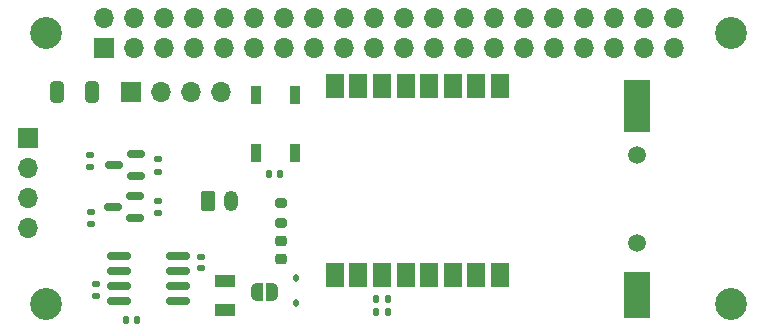
<source format=gts>
G04 #@! TF.GenerationSoftware,KiCad,Pcbnew,7.0.7*
G04 #@! TF.CreationDate,2023-12-10T12:53:02-04:00*
G04 #@! TF.ProjectId,pi zero hat,7069207a-6572-46f2-9068-61742e6b6963,rev?*
G04 #@! TF.SameCoordinates,Original*
G04 #@! TF.FileFunction,Soldermask,Top*
G04 #@! TF.FilePolarity,Negative*
%FSLAX46Y46*%
G04 Gerber Fmt 4.6, Leading zero omitted, Abs format (unit mm)*
G04 Created by KiCad (PCBNEW 7.0.7) date 2023-12-10 12:53:02*
%MOMM*%
%LPD*%
G01*
G04 APERTURE LIST*
G04 Aperture macros list*
%AMRoundRect*
0 Rectangle with rounded corners*
0 $1 Rounding radius*
0 $2 $3 $4 $5 $6 $7 $8 $9 X,Y pos of 4 corners*
0 Add a 4 corners polygon primitive as box body*
4,1,4,$2,$3,$4,$5,$6,$7,$8,$9,$2,$3,0*
0 Add four circle primitives for the rounded corners*
1,1,$1+$1,$2,$3*
1,1,$1+$1,$4,$5*
1,1,$1+$1,$6,$7*
1,1,$1+$1,$8,$9*
0 Add four rect primitives between the rounded corners*
20,1,$1+$1,$2,$3,$4,$5,0*
20,1,$1+$1,$4,$5,$6,$7,0*
20,1,$1+$1,$6,$7,$8,$9,0*
20,1,$1+$1,$8,$9,$2,$3,0*%
%AMFreePoly0*
4,1,19,0.500000,-0.750000,0.000000,-0.750000,0.000000,-0.744911,-0.071157,-0.744911,-0.207708,-0.704816,-0.327430,-0.627875,-0.420627,-0.520320,-0.479746,-0.390866,-0.500000,-0.250000,-0.500000,0.250000,-0.479746,0.390866,-0.420627,0.520320,-0.327430,0.627875,-0.207708,0.704816,-0.071157,0.744911,0.000000,0.744911,0.000000,0.750000,0.500000,0.750000,0.500000,-0.750000,0.500000,-0.750000,
$1*%
%AMFreePoly1*
4,1,19,0.000000,0.744911,0.071157,0.744911,0.207708,0.704816,0.327430,0.627875,0.420627,0.520320,0.479746,0.390866,0.500000,0.250000,0.500000,-0.250000,0.479746,-0.390866,0.420627,-0.520320,0.327430,-0.627875,0.207708,-0.704816,0.071157,-0.744911,0.000000,-0.744911,0.000000,-0.750000,-0.500000,-0.750000,-0.500000,0.750000,0.000000,0.750000,0.000000,0.744911,0.000000,0.744911,
$1*%
G04 Aperture macros list end*
%ADD10C,2.700000*%
%ADD11R,1.500000X2.000000*%
%ADD12RoundRect,0.140000X-0.140000X-0.170000X0.140000X-0.170000X0.140000X0.170000X-0.140000X0.170000X0*%
%ADD13RoundRect,0.140000X0.140000X0.170000X-0.140000X0.170000X-0.140000X-0.170000X0.140000X-0.170000X0*%
%ADD14RoundRect,0.140000X0.170000X-0.140000X0.170000X0.140000X-0.170000X0.140000X-0.170000X-0.140000X0*%
%ADD15RoundRect,0.135000X0.185000X-0.135000X0.185000X0.135000X-0.185000X0.135000X-0.185000X-0.135000X0*%
%ADD16RoundRect,0.218750X0.256250X-0.218750X0.256250X0.218750X-0.256250X0.218750X-0.256250X-0.218750X0*%
%ADD17RoundRect,0.150000X0.825000X0.150000X-0.825000X0.150000X-0.825000X-0.150000X0.825000X-0.150000X0*%
%ADD18RoundRect,0.135000X-0.185000X0.135000X-0.185000X-0.135000X0.185000X-0.135000X0.185000X0.135000X0*%
%ADD19RoundRect,0.250000X0.325000X0.650000X-0.325000X0.650000X-0.325000X-0.650000X0.325000X-0.650000X0*%
%ADD20RoundRect,0.150000X0.587500X0.150000X-0.587500X0.150000X-0.587500X-0.150000X0.587500X-0.150000X0*%
%ADD21R,1.800000X1.000000*%
%ADD22RoundRect,0.112500X0.112500X-0.187500X0.112500X0.187500X-0.112500X0.187500X-0.112500X-0.187500X0*%
%ADD23RoundRect,0.250000X-0.350000X-0.625000X0.350000X-0.625000X0.350000X0.625000X-0.350000X0.625000X0*%
%ADD24O,1.200000X1.750000*%
%ADD25C,1.500000*%
%ADD26R,2.200000X4.400000*%
%ADD27R,2.200000X4.000000*%
%ADD28RoundRect,0.200000X-0.275000X0.200000X-0.275000X-0.200000X0.275000X-0.200000X0.275000X0.200000X0*%
%ADD29R,0.900000X1.500000*%
%ADD30FreePoly0,180.000000*%
%ADD31FreePoly1,180.000000*%
%ADD32R,1.700000X1.700000*%
%ADD33O,1.700000X1.700000*%
G04 APERTURE END LIST*
D10*
X161500000Y-96500000D03*
X161500000Y-73500000D03*
D11*
X127950000Y-94050000D03*
X129950000Y-94050000D03*
X131950000Y-94050000D03*
X133950000Y-94050000D03*
X135950000Y-94050000D03*
X137950000Y-94050000D03*
X139950000Y-94050000D03*
X141950000Y-94050000D03*
X141950000Y-78050000D03*
X139950000Y-78050000D03*
X137950000Y-78050000D03*
X135950000Y-78050000D03*
X133950000Y-78050000D03*
X131950000Y-78050000D03*
X129950000Y-78050000D03*
X127950000Y-78050000D03*
D12*
X110245000Y-97875000D03*
X111205000Y-97875000D03*
D13*
X132430000Y-97200000D03*
X131470000Y-97200000D03*
D14*
X116650000Y-93460000D03*
X116650000Y-92500000D03*
D15*
X107725000Y-95820000D03*
X107725000Y-94800000D03*
D16*
X123400000Y-92687500D03*
X123400000Y-91112500D03*
D17*
X114650000Y-96250000D03*
X114650000Y-94980000D03*
X114650000Y-93710000D03*
X114650000Y-92440000D03*
X109700000Y-92440000D03*
X109700000Y-93710000D03*
X109700000Y-94980000D03*
X109700000Y-96250000D03*
D18*
X113000000Y-84250000D03*
X113000000Y-85270000D03*
D19*
X107375000Y-78500000D03*
X104425000Y-78500000D03*
D20*
X111037500Y-89210000D03*
X111037500Y-87310000D03*
X109162500Y-88260000D03*
D15*
X107200000Y-84910000D03*
X107200000Y-83890000D03*
D18*
X107300000Y-88690000D03*
X107300000Y-89710000D03*
D13*
X132430000Y-96100000D03*
X131470000Y-96100000D03*
D21*
X118650000Y-97000000D03*
X118650000Y-94500000D03*
D10*
X103500000Y-73500000D03*
D22*
X124700000Y-96400000D03*
X124700000Y-94300000D03*
D10*
X103500000Y-96500000D03*
D23*
X117200000Y-87750000D03*
D24*
X119200000Y-87750000D03*
D20*
X111100000Y-85660000D03*
X111100000Y-83760000D03*
X109225000Y-84710000D03*
D12*
X122340000Y-85500000D03*
X123300000Y-85500000D03*
D25*
X153500000Y-91350000D03*
X153500000Y-83850000D03*
D26*
X153500000Y-79750000D03*
D27*
X153500000Y-95750000D03*
D18*
X113000000Y-87730000D03*
X113000000Y-88750000D03*
D28*
X123400000Y-87975000D03*
X123400000Y-89625000D03*
D29*
X121300000Y-83680000D03*
X124600000Y-83680000D03*
X124600000Y-78780000D03*
X121300000Y-78780000D03*
D30*
X122650000Y-95450000D03*
D31*
X121350000Y-95450000D03*
D32*
X108370000Y-74770000D03*
D33*
X108370000Y-72230000D03*
X110910000Y-74770000D03*
X110910000Y-72230000D03*
X113450000Y-74770000D03*
X113450000Y-72230000D03*
X115990000Y-74770000D03*
X115990000Y-72230000D03*
X118530000Y-74770000D03*
X118530000Y-72230000D03*
X121070000Y-74770000D03*
X121070000Y-72230000D03*
X123610000Y-74770000D03*
X123610000Y-72230000D03*
X126150000Y-74770000D03*
X126150000Y-72230000D03*
X128690000Y-74770000D03*
X128690000Y-72230000D03*
X131230000Y-74770000D03*
X131230000Y-72230000D03*
X133770000Y-74770000D03*
X133770000Y-72230000D03*
X136310000Y-74770000D03*
X136310000Y-72230000D03*
X138850000Y-74770000D03*
X138850000Y-72230000D03*
X141390000Y-74770000D03*
X141390000Y-72230000D03*
X143930000Y-74770000D03*
X143930000Y-72230000D03*
X146470000Y-74770000D03*
X146470000Y-72230000D03*
X149010000Y-74770000D03*
X149010000Y-72230000D03*
X151550000Y-74770000D03*
X151550000Y-72230000D03*
X154090000Y-74770000D03*
X154090000Y-72230000D03*
X156630000Y-74770000D03*
X156630000Y-72230000D03*
D32*
X110700000Y-78500000D03*
D33*
X113240000Y-78500000D03*
X115780000Y-78500000D03*
X118320000Y-78500000D03*
D32*
X102000000Y-82450000D03*
D33*
X102000000Y-84990000D03*
X102000000Y-87530000D03*
X102000000Y-90070000D03*
M02*

</source>
